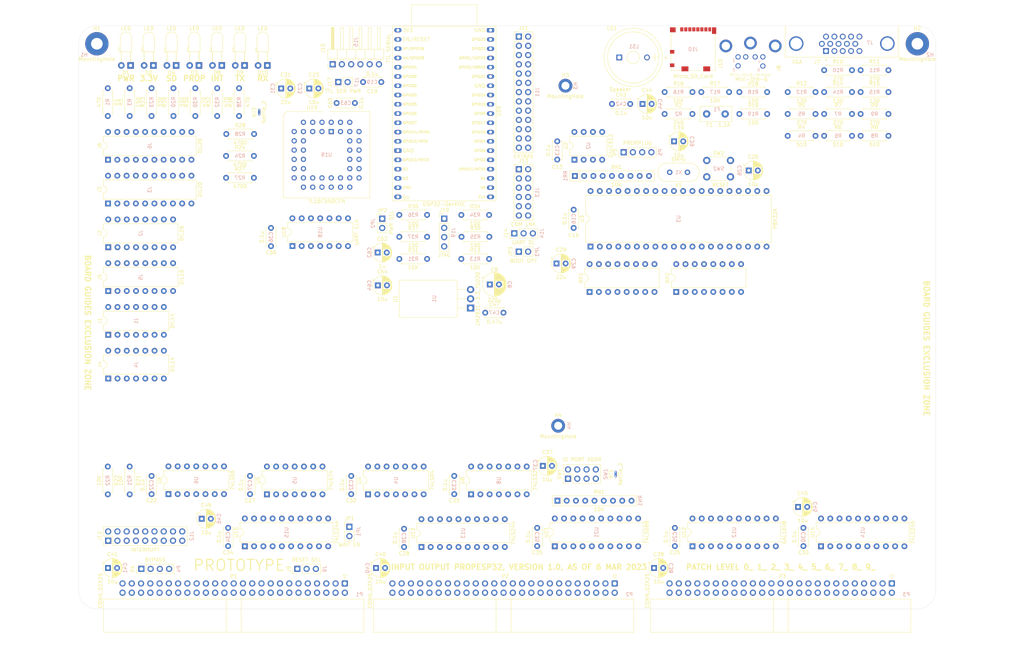
<source format=kicad_pcb>
(kicad_pcb (version 20211014) (generator pcbnew)
  (layers (0 "F.Cu" signal) (31 "B.Cu" signal) (34 "B.Paste" user) (35 "F.Paste" user) (36 "B.SilkS" user "B.Silkscreen") (37 "F.SilkS" user "F.Silkscreen") (38 "B.Mask" user) (39 "F.Mask" user) (44 "Edge.Cuts" user))
  (net 0 "")
  (net 1 "GND")
  (net 2 "VCC")
  (net 3 "VDD")
  (net 4 "Net-(C42-Pad1)")
  (net 5 "Net-(C44-Pad2)")
  (net 6 "Net-(D4-Pad2)")
  (net 7 "Net-(D3-Pad1)")
  (net 8 "Net-(RN1-Pad9)")
  (net 9 "Net-(RN1-Pad5)")
  (net 10 "Net-(RN1-Pad4)")
  (net 11 "Net-(RN1-Pad3)")
  (net 12 "Net-(RN1-Pad2)")
  (net 13 "Net-(D1-Pad2)")
  (net 14 "-12V")
  (net 15 "~{EIRQ0}")
  (net 16 "~{EIRQ1}")
  (net 17 "~{EIRQ2}")
  (net 18 "~{EIRQ3}")
  (net 19 "~{EIRQ4}")
  (net 20 "~{EIRQ5}")
  (net 21 "~{EIRQ6}")
  (net 22 "~{EIRQ7}")
  (net 23 "~{INT0}")
  (net 24 "~{M1}")
  (net 25 "~{IORQ}")
  (net 26 "~{WR}")
  (net 27 "~{RD}")
  (net 28 "A0")
  (net 29 "A1")
  (net 30 "A2")
  (net 31 "A3")
  (net 32 "A4")
  (net 33 "A5")
  (net 34 "A6")
  (net 35 "A7")
  (net 36 "+12V")
  (net 37 "D0")
  (net 38 "D1")
  (net 39 "D2")
  (net 40 "D3")
  (net 41 "D4")
  (net 42 "D5")
  (net 43 "D6")
  (net 44 "D7")
  (net 45 "ONE")
  (net 46 "ZERO")
  (net 47 "bD6")
  (net 48 "bD5")
  (net 49 "bD4")
  (net 50 "bD3")
  (net 51 "bD2")
  (net 52 "bD1")
  (net 53 "bD0")
  (net 54 "~{bWR}")
  (net 55 "~{bRD}")
  (net 56 "bA0")
  (net 57 "bD7")
  (net 58 "~{bRESET}")
  (net 59 "~{bM1}")
  (net 60 "bA7")
  (net 61 "bA6")
  (net 62 "bA5")
  (net 63 "bA4")
  (net 64 "~{bIORQ}")
  (net 65 "bA1")
  (net 66 "bA2")
  (net 67 "bA3")
  (net 168 "/bus/D15")
  (net 169 "/bus/D31")
  (net 170 "/bus/D14")
  (net 171 "/bus/D30")
  (net 172 "/bus/D13")
  (net 173 "/bus/D29")
  (net 174 "/bus/D12")
  (net 175 "/bus/D28")
  (net 176 "/bus/D11")
  (net 177 "/bus/D27")
  (net 178 "/bus/D10")
  (net 179 "/bus/D26")
  (net 180 "/bus/D9")
  (net 181 "/bus/D25")
  (net 182 "/bus/D8")
  (net 183 "/bus/D24")
  (net 184 "/bus/D23")
  (net 185 "/bus/D22")
  (net 186 "/bus/D21")
  (net 187 "/bus/D20")
  (net 188 "/bus/D19")
  (net 189 "/bus/D18")
  (net 190 "/bus/D17")
  (net 191 "/bus/D16")
  (net 192 "/bus/~{BUSERR}")
  (net 193 "/bus/UDS")
  (net 194 "/bus/~{VPA}")
  (net 195 "/bus/LDS")
  (net 196 "/bus/~{VMA}")
  (net 197 "/bus/S2")
  (net 198 "/bus/~{BHE}")
  (net 199 "/bus/S1")
  (net 200 "/bus/IPL2")
  (net 201 "/bus/S0")
  (net 202 "/bus/IPL1")
  (net 203 "/bus/AUXCLK3")
  (net 204 "/bus/IPL0")
  (net 205 "/bus/AUXCLK2")
  (net 206 "/bus/A15")
  (net 207 "/bus/A31")
  (net 208 "/bus/A14")
  (net 209 "/bus/A30")
  (net 210 "/bus/A13")
  (net 211 "/bus/A29")
  (net 212 "/bus/A12")
  (net 213 "/bus/A28")
  (net 214 "/bus/A11")
  (net 215 "/bus/A27")
  (net 216 "/bus/A10")
  (net 217 "/bus/A26")
  (net 218 "/bus/A9")
  (net 219 "/bus/A25")
  (net 220 "/bus/A8")
  (net 221 "/bus/A24")
  (net 222 "/bus/A23")
  (net 223 "/bus/A22")
  (net 224 "/bus/A21")
  (net 225 "/bus/A20")
  (net 226 "/bus/A19")
  (net 227 "/bus/A18")
  (net 228 "/bus/A17")
  (net 229 "/bus/A16")
  (net 230 "/bus/IC3")
  (net 231 "/ESP32/EN")
  (net 232 "/bus/IC2")
  (net 233 "Net-(D2-Pad2)")
  (net 234 "/bus/IC1")
  (net 235 "Net-(D4-Pad1)")
  (net 236 "/bus/IC0")
  (net 237 "Net-(D8-Pad1)")
  (net 238 "/bus/AUXCLK1")
  (net 239 "/bus/AUXCLK0")
  (net 240 "/bus/E")
  (net 241 "/bus/ST")
  (net 242 "/bus/PHI")
  (net 243 "/bus/~{MREQ}")
  (net 244 "/bus/~{INT2}")
  (net 245 "/bus/~{INT1}")
  (net 246 "/bus/~{BUSACK}")
  (net 247 "/bus/CRUCLK")
  (net 248 "/bus/CLK")
  (net 249 "/bus/CRUOUT")
  (net 250 "/bus/CRUIN")
  (net 251 "/bus/~{NMI}")
  (net 252 "~{RES_IN}")
  (net 253 "~{RES_OUT}")
  (net 254 "/bus/USER8")
  (net 255 "/bus/~{BUSRQ}")
  (net 256 "/bus/USER7")
  (net 257 "Net-(D8-Pad2)")
  (net 258 "/bus/USER6")
  (net 259 "/bus/~{HALT}")
  (net 260 "/bus/USER5")
  (net 261 "/bus/~{RFSH}")
  (net 262 "/bus/USER4")
  (net 263 "/bus/USER3")
  (net 264 "/bus/USER2")
  (net 265 "/bus/USER1")
  (net 266 "/bus/USER0")
  (net 267 "~{BAI}")
  (net 268 "~{BAO}")
  (net 269 "~{IEI}")
  (net 270 "~{IEO}")
  (net 271 "/bus/I2C_SCL")
  (net 272 "/bus/I2C_SDA")
  (net 273 "Net-(D9-Pad1)")
  (net 277 "Net-(D9-Pad2)")
  (net 278 "Net-(D10-Pad1)")
  (net 279 "Net-(D10-Pad2)")
  (net 280 "/Propeller/KBD_VCC")
  (net 281 "/Propeller/RED")
  (net 282 "/Propeller/GREEN")
  (net 283 "/Propeller/BLUE")
  (net 288 "/Propeller/HSYNC")
  (net 289 "/Propeller/VSYNC")
  (net 301 "/Propeller/DAT2")
  (net 303 "/Propeller/~{nCS}{slash}DAT3")
  (net 304 "/Propeller/DI{slash}CMD")
  (net 317 "Net-(J9-Pad2)")
  (net 318 "/Propeller/SDCLK")
  (net 319 "/Propeller/DO{slash}DAT0")
  (net 320 "/Propeller/nIRQ{slash}DAT1")
  (net 321 "/ESP32/SENSOR_VP")
  (net 322 "/ESP32/IO23")
  (net 323 "/ESP32/SENSOR_VN")
  (net 324 "/ESP32/IO22")
  (net 325 "/ESP32/IO34")
  (net 326 "/ESP32/IO21")
  (net 327 "/ESP32/IO35")
  (net 328 "/ESP32/IO32")
  (net 329 "/ESP32/IO17")
  (net 330 "/ESP32/IO33")
  (net 331 "/ESP32/IO16")
  (net 332 "/ESP32/IO25")
  (net 333 "/ESP32/IO2")
  (net 334 "/ESP32/IO26")
  (net 335 "/ESP32/SD1")
  (net 336 "/ESP32/IO27")
  (net 337 "/ESP32/SD0")
  (net 338 "/ESP32/CLK-ESP32")
  (net 339 "/ESP32/SD2")
  (net 340 "/ESP32/CMD")
  (net 341 "/ESP32/SD3")
  (net 342 "Net-(J12-Pad1)")
  (net 343 "/ESP32/TTL_RX")
  (net 344 "/ESP32/IO4")
  (net 345 "/ESP32/TTL_TX")
  (net 346 "/ESP32/IO5")
  (net 347 "/ESP32/TTL_CTS#")
  (net 348 "/ESP32/IO18")
  (net 349 "/ESP32/TTL_RTS#")
  (net 350 "/ESP32/IO19")
  (net 351 "/ESP32/RXD")
  (net 352 "/ESP32/TXD")
  (net 353 "Net-(J15-Pad3)")
  (net 355 "/ESP32/TTL_DSR#")
  (net 356 "Net-(J19-Pad1)")
  (net 357 "Net-(J19-Pad2)")
  (net 358 "Net-(J19-Pad3)")
  (net 359 "Net-(J19-Pad4)")
  (net 360 "Net-(JP1-Pad1)")
  (net 361 "~{WAIT}")
  (net 362 "/ESP32/VCC_ESP32")
  (net 363 "/ESP32/IO0")
  (net 365 "/bus/~{TEND1}")
  (net 366 "/bus/~{DREQ1}")
  (net 367 "/bus/~{TEND0}")
  (net 368 "/bus/~{DREQ0}")
  (net 369 "~{pRESET}")
  (net 370 "/Propeller/RX")
  (net 371 "/Propeller/TX")
  (net 372 "/Propeller/SPK")
  (net 373 "Net-(R4-Pad1)")
  (net 374 "Net-(R5-Pad1)")
  (net 375 "Net-(R6-Pad1)")
  (net 376 "Net-(R7-Pad1)")
  (net 377 "Net-(R8-Pad1)")
  (net 378 "Net-(R9-Pad1)")
  (net 379 "Net-(R10-Pad1)")
  (net 380 "Net-(R11-Pad1)")
  (net 381 "/Propeller/CLR")
  (net 382 "/Propeller/KBD_DAT")
  (net 383 "/Propeller/KBD_CLK")
  (net 385 "Net-(R22-Pad2)")
  (net 386 "/ESP32/bRESET")
  (net 387 "/ESP32/MTDI")
  (net 388 "/ESP32/MTDO")
  (net 389 "/ESP32/MTMS")
  (net 390 "/ESP32/MTCK")
  (net 391 "Net-(R24-Pad2)")
  (net 392 "~{pWR}")
  (net 393 "~{pCS_SERIAL}")
  (net 394 "Net-(R27-Pad2)")
  (net 395 "/ESP32/pRESET")
  (net 396 "pD6")
  (net 397 "pD5")
  (net 398 "pD4")
  (net 399 "~{CS_PROP}")
  (net 400 "pD3")
  (net 401 "pD2")
  (net 402 "pD1")
  (net 403 "pD0")
  (net 404 "~{pRD}")
  (net 405 "pA2")
  (net 406 "/Propeller/SDA")
  (net 407 "/Propeller/SCL")
  (net 408 "Net-(U3-Pad30)")
  (net 409 "Net-(U3-Pad31)")
  (net 410 "Net-(U4-Pad2)")
  (net 411 "Net-(U4-Pad4)")
  (net 412 "Net-(U4-Pad6)")
  (net 417 "Net-(U5-Pad5)")
  (net 424 "/ESP32/INT")
  (net 425 "~{CS_BRD}")
  (net 426 "~{CS_SERIAL}")
  (net 431 "/ESP32/CLK_UART")
  (net 437 "Net-(U19-Pad10)")
  (net 442 "/ESP32/TXRDY#")
  (net 443 "/ESP32/RXRDY#")
  (net 445 "/ESP32/TTL_OUT2")
  (net 446 "/ESP32/TTL_DTR#")
  (net 447 "/ESP32/TTL_OUT1")
  (net 448 "/ESP32/TTL_DCD#")
  (net 449 "/ESP32/TTL_RI#")
  (net 451 "Net-(R20-Pad1)")
  (net 452 "Net-(J8-Pad1)")
  (net 453 "Net-(J8-Pad5)")
  (net 454 "pA1")
  (net 455 "pA0")
  (net 456 "~{pCS_PROP}")
  (net 457 "pD7")
  (footprint "MountingHole:MountingHole_3.2mm_M3_Pad" (layer "F.Cu") (at 265 75)
    (fp_text reference "H2")
    (fp_text value "MountingHole")
  )
  (footprint "MountingHole:MountingHole_3.2mm_M3_Pad" (layer "F.Cu") (at 40 75)
    (fp_text reference "H1")
    (fp_text value "MountingHole")
  )
  (footprint "Connector_IDC:IDC-Header_2x25_P2.54mm_Horizontal" (layer "F.Cu") (at 182 223 -90)
    (fp_text reference "P2")
    (fp_text value "CONN_02X25")
  )
  (footprint "Connector_IDC:IDC-Header_2x25_P2.54mm_Horizontal" (layer "F.Cu") (at 258 223 -90)
    (fp_text reference "P3")
    (fp_text value "CONN_02X25")
  )
  (footprint "Connector_IDC:IDC-Header_2x25_P2.54mm_Horizontal" (layer "F.Cu") (at 108 223 -90)
    (fp_text reference "P1")
    (fp_text value "CONN_02X25")
  )
  (footprint "Resistor_THT:R_Axial_DIN0207_L6.3mm_D2.5mm_P7.62mm_Horizontal" (layer "F.Cu") (at 249.44 94.25)
    (fp_text reference "R9")
    (fp_text value "270")
  )
  (footprint "Capacitor_THT:C_Disc_D5.0mm_W2.5mm_P5.00mm" (layer "F.Cu") (at 170.75 120.5 -90)
    (fp_text reference "C16")
    (fp_text value "0.1u")
  )
  (footprint "Resistor_THT:R_Axial_DIN0207_L6.3mm_D2.5mm_P7.62mm_Horizontal" (layer "F.Cu") (at 75.44 105.75)
    (fp_text reference "R24")
    (fp_text value "4700")
  )
  (footprint "Capacitor_THT:C_Disc_D5.0mm_W2.5mm_P5.00mm" (layer "F.Cu") (at 138 193.5 -90)
    (fp_text reference "C33")
    (fp_text value "0.1u")
  )
  (footprint "Connector_PinHeader_2.54mm:PinHeader_1x04_P2.54mm_Vertical" (layer "F.Cu") (at 184.45 104.75 90)
    (fp_text reference "P5")
    (fp_text value "PROPPLUG")
  )
  (footprint "Connector_PinHeader_2.54mm:PinHeader_1x06_P2.54mm_Horizontal" (layer "F.Cu") (at 104.65 80.625 90)
    (fp_text reference "J15")
    (fp_text value "TTL SERIAL")
  )
  (footprint "Package_DIP:DIP-16_W7.62mm" (layer "F.Cu") (at 43.125 130.8 90)
    (fp_text reference "J2")
    (fp_text value "DIL16")
  )
  (footprint "Resistor_THT:R_Axial_DIN0207_L6.3mm_D2.5mm_P7.62mm_Horizontal" (layer "F.Cu") (at 195.69 94.25)
    (fp_text reference "R2")
    (fp_text value "240")
  )
  (footprint "Resistor_THT:R_Axial_DIN0207_L6.3mm_D2.5mm_P7.62mm_Horizontal" (layer "F.Cu") (at 229.44 100.25)
    (fp_text reference "R4")
    (fp_text value "510")
  )
  (footprint "Resistor_THT:R_Axial_DIN0207_L6.3mm_D2.5mm_P7.62mm_Horizontal" (layer "F.Cu") (at 239.44 82.25)
    (fp_text reference "R10")
    (fp_text value "270")
  )
  (footprint "Resistor_THT:R_Axial_DIN0207_L6.3mm_D2.5mm_P7.62mm_Horizontal" (layer "F.Cu") (at 55 94.81 90)
    (fp_text reference "R23")
    (fp_text value "330")
  )
  (footprint "Connector_PinHeader_2.54mm:PinHeader_1x02_P2.54mm_Vertical" (layer "F.Cu") (at 109.25 207.475)
    (fp_text reference "JP1")
    (fp_text value "WAIT EN")
  )
  (footprint "LED_THT:LED_D3.0mm_Horizontal_O3.81mm_Z2.0mm" (layer "F.Cu") (at 49.25 80.95 180)
    (fp_text reference "D1")
    (fp_text value "LED")
  )
  (footprint "LED_THT:LED_D3.0mm_Horizontal_O3.81mm_Z2.0mm" (layer "F.Cu") (at 55.5 80.95 180)
    (fp_text reference "D2")
    (fp_text value "LED")
  )
  (footprint "Capacitor_THT:CP_Radial_D5.0mm_P2.50mm" (layer "F.Cu") (at 189.634664 91.5)
    (fp_text reference "C44")
    (fp_text value "10u")
  )
  (footprint "Resistor_THT:R_Axial_DIN0207_L6.3mm_D2.5mm_P7.62mm_Horizontal" (layer "F.Cu") (at 61 94.81 90)
    (fp_text reference "R20")
    (fp_text value "330")
  )
  (footprint "LED_THT:LED_D3.0mm_Horizontal_O3.81mm_Z2.0mm" (layer "F.Cu") (at 61.75 80.95 180)
    (fp_text reference "D4")
    (fp_text value "LED")
  )
  (footprint "Package_DIP:DIP-14_W7.62mm" (layer "F.Cu") (at 93.625 130.482379 90)
    (fp_text reference "U18")
    (fp_text value "UART CLK")
  )
  (footprint "Capacitor_THT:CP_Radial_D5.0mm_P2.50mm" (layer "F.Cu") (at 117 132.25)
    (fp_text reference "C62")
    (fp_text value "1u")
  )
  (footprint "Package_DIP:DIP-16_W7.62mm" (layer "F.Cu") (at 43.125 142.8 90)
    (fp_text reference "J5")
    (fp_text value "DIL16")
  )
  (footprint "Package_DIP:DIP-8_W7.62mm" (layer "F.Cu") (at 170.95 106.8 90)
    (fp_text reference "U2")
    (fp_text value "24LC512")
  )
  (footprint "Package_DIP:DIP-20_W7.62mm" (layer "F.Cu") (at 165.575 212.8 90)
    (fp_text reference "U21")
    (fp_text value "74LS688")
  )
  (footprint "Package_DIP:DIP-14_W7.62mm" (layer "F.Cu") (at 86.625 198.55 90)
    (fp_text reference "U5")
    (fp_text value "74LS74")
  )
  (footprint "Resistor_THT:R_Axial_DIN0207_L6.3mm_D2.5mm_P7.62mm_Horizontal" (layer "F.Cu") (at 79 94.81 90)
    (fp_text reference "R38")
    (fp_text value "470")
  )
  (footprint "Connector_Card:microSD_HC_Molex_104031-0811" (layer "F.Cu") (at 203.5 76.5)
    (fp_text reference "J10")
    (fp_text value "Micro_SD_Card")
  )
  (footprint "MountingHole:MountingHole_2.2mm_M2_DIN965_Pad" (layer "F.Cu") (at 166.5 179.75)
    (fp_text reference "H4")
    (fp_text value "MountingHole")
  )
  (footprint "Resistor_THT:R_Axial_DIN0207_L6.3mm_D2.5mm_P7.62mm_Horizontal" (layer "F.Cu") (at 122.94 134)
    (fp_text reference "R31")
    (fp_text value "10K")
  )
  (footprint "Package_DIP:DIP-14_W7.62mm" (layer "F.Cu") (at 142.625 198.55 90)
    (fp_text reference "U8")
    (fp_text value "74LS32")
  )
  (footprint "mini-din:mini-din6-female" (layer "F.Cu") (at 219.2246 76.88227)
    (fp_text reference "J8")
    (fp_text value "Mini-DIN-6")
  )
  (footprint "Connector_PinHeader_2.54mm:PinHeader_1x03_P2.54mm_Vertical" (layer "F.Cu") (at 94.975 219 90)
    (fp_text reference "J9")
    (fp_text value "RESET SEL")
  )
  (footprint "Resistor_THT:R_Axial_DIN0207_L6.3mm_D2.5mm_P7.62mm_Horizontal" (layer "F.Cu") (at 43 87.19 -90)
    (fp_text reference "R1")
    (fp_text value "470")
  )
  (footprint "Resistor_THT:R_Axial_DIN0207_L6.3mm_D2.5mm_P7.62mm_Horizontal" (layer "F.Cu") (at 216.19 88.25)
    (fp_text reference "R18")
    (fp_text value "100")
  )
  (footprint "LED_THT:LED_D3.0mm_Horizontal_O3.81mm_Z2.0mm" (layer "F.Cu") (at 74.25 80.95 180)
    (fp_text reference "D8")
    (fp_text value "LED")
  )
  (footprint "Package_TO_SOT_THT:TO-220-3_Horizontal_TabDown" (layer "F.Cu") (at 142.48 147.472379 90)
    (fp_text reference "U1")
    (fp_text value "LM2931-3.3_TO220")
  )
  (footprint "Resistor_THT:R_Axial_DIN0207_L6.3mm_D2.5mm_P7.62mm_Horizontal" (layer "F.Cu") (at 229.44 94.25)
    (fp_text reference "R5")
    (fp_text value "270")
  )
  (footprint "Package_DIP:DIP-20_W7.62mm" (layer "F.Cu") (at 238.575 212.8 90)
    (fp_text reference "U14")
    (fp_text value "74LS245")
  )
  (footprint "Resistor_THT:R_Axial_DIN0207_L6.3mm_D2.5mm_P7.62mm_Horizontal" (layer "F.Cu") (at 249.44 88.25)
    (fp_text reference "R15")
    (fp_text value "130")
  )
  (footprint "Resistor_THT:R_Axial_DIN0207_L6.3mm_D2.5mm_P7.62mm_Horizontal" (layer "F.Cu") (at 205.75 88.25)
    (fp_text reference "R17")
    (fp_text value "10K")
  )
  (footprint "Capacitor_THT:CP_Radial_D5.0mm_P2.50mm" (layer "F.Cu") (at 98.25 87.25)
    (fp_text reference "C23")
    (fp_text value "10u")
  )
  (footprint "Capacitor_THT:C_Disc_D5.0mm_W2.5mm_P5.00mm" (layer "F.Cu") (at 109.75 193.5 -90)
    (fp_text reference "C32")
    (fp_text value "0.1u")
  )
  (footprint "Capacitor_THT:CP_Radial_D5.0mm_P2.50mm" (layer "F.Cu") (at 192.794888 218.75)
    (fp_text reference "C38")
    (fp_text value "10u")
  )
  (footprint "LED_THT:LED_D3.0mm_Horizontal_O3.81mm_Z2.0mm" (layer "F.Cu") (at 86.75 80.95 180)
    (fp_text reference "D10")
    (fp_text value "LED")
  )
  (footprint "Capacitor_THT:C_Disc_D5.0mm_W2.5mm_P5.00mm" (layer "F.Cu") (at 118 85.5 180)
    (fp_text reference "C19")
    (fp_text value "0.1u")
  )
  (footprint "NetTie:NetTie-2_THT_Pad0.3mm" (layer "F.Cu") (at 182.25 193.6 90)
    (fp_text reference "NT1")
    (fp_text value "NetTie_2")
  )
  (footprint "Capacitor_THT:C_Disc_D5.0mm_W2.5mm_P5.00mm" (layer "F.Cu") (at 124.25 208 -90)
    (fp_text reference "C28")
    (fp_text value "0.1u")
  )
  (footprint "Connector_PinHeader_2.54mm:PinHeader_1x02_P2.54mm_Vertical" (layer "F.Cu") (at 118.25 122.975)
    (fp_text reference "JP2")
    (fp_text value "PWR SEL")
  )
  (footprint "Resistor_THT:R_Axial_DIN0207_L6.3mm_D2.5mm_P7.62mm_Horizontal" (layer "F.Cu") (at 249.44 82.25)
    (fp_text reference "R11")
    (fp_text value "270")
  )
  (footprint "Resistor_THT:R_Array_SIP9" (layer "F.Cu") (at 171.075 111.25)
    (fp_text reference "RR1")
    (fp_text value "10K")
  )
  (footprint "Resistor_THT:R_Axial_DIN0207_L6.3mm_D2.5mm_P7.62mm_Horizontal" (layer "F.Cu") (at 195.69 88.25)
    (fp_text reference "R16")
    (fp_text value "10K")
  )
  (footprint "Package_DIP:DIP-20_W7.62mm" (layer "F.Cu") (at 43.075 118.8 90)
    (fp_text reference "J3")
    (fp_text value "DIL20")
  )
  (footprint "Connector_PinHeader_2.54mm:PinHeader_1x04_P2.54mm_Vertical" (layer "F.Cu") (at 52.2 219 90)
    (fp_text reference "P4")
    (fp_text value "BYPASS")
  )
  (footprint "Resistor_THT:R_Axial_DIN0207_L6.3mm_D2.5mm_P7.62mm_Horizontal" (layer "F.Cu") (at 49 94.81 90)
    (fp_text reference "R3")
    (fp_text value "150")
  )
  (footprint "Resistor_THT:R_Axial_DIN0207_L6.3mm_D2.5mm_P7.62mm_Horizontal" (layer "F.Cu") (at 239.44 100.25)
    (fp_text reference "R6")
    (fp_text value "510")
  )
  (footprint "Package_DIP:DIP-16_W7.62mm" (layer "F.Cu") (at 198.875 143.05 90)
    (fp_text reference "RP2")
    (fp_text value "4700")
  )
  (footprint "Capacitor_THT:C_Disc_D5.0mm_W2.5mm_P5.00mm" (layer "F.Cu") (at 87.75 125.5 -90)
    (fp_text reference "C36")
    (fp_text value "0.1u")
  )
  (footprint "Capacitor_THT:C_Disc_D5.0mm_W2.5mm_P5.00mm" (layer "F.Cu") (at 198.5 207.75 -90)
    (fp_text reference "C25")
    (fp_text value "0.1u")
  )
  (footprint "Capacitor_THT:CP_Radial_D5.0mm_P2.50mm" (layer "F.Cu") (at 68.75 205.25)
    (fp_text reference "C46")
    (fp_text value "10u")
  )
  (footprint "Connector_PinHeader_2.54mm:PinHeader_2x04_P2.54mm_Vertical" (layer "F.Cu") (at 169.2 194.275 90)
    (fp_text reference "SW1")
    (fp_text value "IO PORT ADDR")
  )
  (footprint "Package_DIP:DIP-14_W7.62mm" (layer "F.Cu") (at 43.125 154.8 90)
    (fp_text reference "J1")
    (fp_text value "DIL14")
  )
  (footprint "Buzzer_Beeper:MagneticBuzzer_StarMicronics_HMB-06_HMB-12" (layer "F.Cu") (at 183.25 78.75)
    (fp_text reference "LS1")
    (fp_text value "Speaker")
  )
  (footprint "LED_THT:LED_D3.0mm_Horizontal_O3.81mm_Z2.0mm" (layer "F.Cu") (at 68 80.95 180)
    (fp_text reference "D3")
    (fp_text value "LED")
  )
  (footprint "Resistor_THT:R_Axial_DIN0207_L6.3mm_D2.5mm_P7.62mm_Horizontal" (layer "F.Cu") (at 122.94 127.932379)
    (fp_text reference "R37")
    (fp_text value "100")
  )
  (footprint "Connector_PinHeader_2.54mm:PinHeader_1x02_P2.54mm_Vertical" (layer "F.Cu") (at 155.725 132 90)
    (fp_text reference "JP3")
    (fp_text value "BOOT OPT")
  )
  (footprint "Capacitor_THT:C_Disc_D5.0mm_W2.5mm_P5.00mm" (layer "F.Cu") (at 76 207.75 -90)
    (fp_text reference "C34")
    (fp_text value "0.1u")
  )
  (footprint "Resistor_THT:R_Axial_DIN0207_L6.3mm_D2.5mm_P7.62mm_Horizontal" (layer "F.Cu") (at 139.94 121.932379)
    (fp_text reference "R34")
    (fp_text value "100")
  )
  (footprint "Capacitor_THT:C_Disc_D5.0mm_W2.5mm_P5.00mm" (layer "F.Cu") (at 166.25 101.75 -90)
    (fp_text reference "C13")
    (fp_text value "0.1u")
  )
  (footprint "Capacitor_THT:CP_Radial_D5.0mm_P2.50mm" (layer "F.Cu") (at 198.294888 101.75)
    (fp_text reference "C39")
    (fp_text value "10u")
  )
  (footprint "Capacitor_THT:CP_Radial_D5.0mm_P2.50mm" (layer "F.Cu") (at 166.044888 135.25)
    (fp_text reference "C29")
    (fp_text value "22u")
  )
  (footprint "Connector_Dsub:DSUB-15-HD_Female_Horizontal_P2.29x1.98mm_EdgePinOffset3.03mm_Housed_MountingHolesOffset4.94mm" (layer "F.Cu") (at 239.95 77 180)
    (fp_text reference "J7")
    (fp_text value "VGA")
  )
  (footprint "Resistor_THT:R_Axial_DIN0207_L6.3mm_D2.5mm_P7.62mm_Horizontal" (layer "F.Cu") (at 73 94.81 90)
    (fp_text reference "R32")
    (fp_text value "470")
  )
  (footprint "Package_DIP:DIP-20_W7.62mm" (layer "F.Cu") (at 43.075 106.8 90)
    (fp_text reference "J6")
    (fp_text value "DIL20")
  )
  (footprint "Connector_PinHeader_2.54mm:PinHeader_1x03_P2.54mm_Vertical" (layer "F.Cu") (at 154.475 127 90)
    (fp_text reference "J14")
    (fp_text value "UART DL")
  )
  (footprint "MountingHole:MountingHole_2.2mm_M2_DIN965_Pad" (layer "F.Cu") (at 168.5 86.5)
    (fp_text reference "H3")
    (fp_text value "MountingHole")
  )
  (footprint "Package_DIP:DIP-40_W15.24mm" (layer "F.Cu") (at 175.375 130.625 90)
    (fp_text reference "U3")
    (fp_text value "P8X32A")
  )
  (footprint "Package_DIP:DIP-16_W7.62mm" (layer "F.Cu") (at 175.125 143.05 90)
    (fp_text reference "RP1")
    (fp_text value "4700")
  )
  (footprint "Espressif:ESP32-DevKitC" (layer "F.Cu") (at 122.54632 71.276219)
    (fp_text reference "U20")
    (fp_text value "ESP32-DevKitC")
  )
  (footprint "Connector_PinHeader_2.54mm:PinHeader_1x02_P2.54mm_Vertical" (layer "F.Cu") (at 106.215 85.5 90)
    (fp_text reference "J17")
    (fp_text value "TTL SER PWR")
  )
  (footprint "Package_DIP:DIP-14_W7.62mm" (layer "F.Cu") (at 59.625 198.5 90)
    (fp_text reference "U6")
    (fp_text value "74LS06")
  )
  (footprint "Package_DIP:DIP-14_W7.62mm" (layer "F.Cu") (at 43.125 166.8 90)
    (fp_text reference "J4")
    (fp_text value "DIL14")
  )
  (footprint "NetTie:NetTie-2_THT_Pad0.3mm" (layer "F.Cu") (at 84.5 94.35 90)
    (fp_text reference "NT2")
    (fp_text value "NetTie_2")
  )
  (footprint "Connector_PinHeader_2.54mm:PinHeader_2x13_P2.54mm_Vertical" (layer "F.Cu") (at 155.725 73.025)
    (fp_text reference "J11")
    (fp_text value "EXTRAS")
  )
  (footprint "Resistor_THT:R_Axial_DIN0207_L6.3mm_D2.5mm_P7.62mm_Horizontal" (layer "F.Cu") (at 122.94 121.932379)
    (fp_text reference "R36")
    (fp_text value "100")
  )
  (footprint "Resistor_THT:R_Axial_DIN0207_L6.3mm_D2.5mm_P7.62mm_Horizontal" (layer "F.Cu") (at 75.5 99.75)
    (fp_text reference "R28")
    (fp_text value "4700")
  )
  (footprint "Capacitor_THT:CP_Radial_D5.0mm_P2.50mm" (layer "F.Cu") (at 218.75 109.75)
    (fp_text reference "C26")
    (fp_text value "10u")
  )
  (footprint "Package_DIP:DIP-20_W7.62mm" (layer "F.Cu") (at 129 213 90)
    (fp_text reference "U13")
    (fp_text value "74LS244")
  )
  (footprint "Connector_PinHeader_2.54mm:PinHeader_2x06_P2.54mm_Vertical" (layer "F.Cu") (at 155.725 109.4)
    (fp_text reference "J13")
    (fp_text value "COM LNK")
  )
  (footprint "Resistor_THT:R_Axial_DIN0207_L6.3mm_D2.5mm_P7.62mm_Horizontal" (layer "F.Cu") (at 75.44 111.75)
    (fp_text reference "R27")
    (fp_text value "4700")
  )
  (footprint "Capacitor_THT:C_Disc_D5.0mm_W2.5mm_P5.00mm" (layer "F.Cu") (at 160.75 207.75 -90)
    (fp_text reference "C35")
    (fp_text value "0.1u")
  )
  (footprint "Resistor_THT:R_Axial_DIN0207_L6.3mm_D2.5mm_P7.62mm_Horizontal" (layer "F.Cu") (at 43 190.94 -90)
    (fp_text reference "R22")
    (fp_text value "10K")
  )
  (footprint "Resistor_THT:R_Axial_DIN0207_L6.3mm_D2.5mm_P7.62mm_Horizontal" (layer "F.Cu") (at 49 190.94 -90)
    (fp_text reference "R21")
    (fp_text value "10K")
  )
  (footprint "Package_DIP:DIP-14_W7.62mm" (layer "F.Cu") (at 114.375 198.55 90)
    (fp_text reference "U4")
    (fp_text value "74LS04")
  )
  (footprint "Resistor_THT:R_Axial_DIN0207_L6.3mm_D2.5mm_P7.62mm_Horizontal" (layer "F.Cu") (at 249.44 100.25)
    (fp_text reference "R8")
    (fp_text value "510")
  )
  (footprint "Package_LCC:PLCC-44_THT-Socket" (layer "F.Cu") (at 104.27 99.082379)
    (fp_text reference "U19")
    (fp_text value "TL16C550CFN")
  )
  (footprint "Resistor_THT:R_Axial_DIN0207_L6.3mm_D2.5mm_P7.62mm_Horizontal" (layer "F.Cu") (at 67 94.81 90)
    (fp_text reference "R30")
    (fp_text value "470")
  )
  (footprint "Package_DIP:DIP-20_W7.62mm" (layer "F.Cu") (at 80.575 212.8 90)
    (fp_text reference "U15")
    (fp_text value "74LS244")
  )
  (footprint "Capacitor_THT:C_Disc_D5.0mm_W2.5mm_P5.00mm" (layer "F.Cu") (at 146.5 148.75)
    (fp_text reference "C47")
    (fp_text value "0.47u")
  )
  (footprint "LED_THT:LED_D3.0mm_Horizontal_O3.81mm_Z2.0mm" (layer "F.Cu") (at 80.5 80.95 180)
    (fp_text reference "D9")
    (fp_text value "LED")
  )
  (footprint "Capacitor_THT:C_Disc_D5.0mm_W2.5mm_P5.00mm" (layer "F.Cu") (at 82 193.5 -90)
    (fp_text reference "C27")
    (fp_text value "0.1u")
  )
  (footprint "Resistor_THT:R_Axial_DIN0207_L6.3mm_D2.5mm_P7.62mm_Horizontal" (layer "F.Cu") (at 139.94 134)
    (fp_text reference "R13")
    (fp_text value "10K")
  )
  (footprint "Capacitor_THT:CP_Radial_D5.0mm_P2.50mm" (layer "F.Cu") (at 90.544888 87.25)
    (fp_text reference "C31")
    (fp_text value "22u")
  )
  (footprint "Connector_PinHeader_2.54mm:PinHeader_1x04_P2.54mm_Vertical" (layer "F.Cu") (at 135.25 122.95)
    (fp_text reference "J19")
    (fp_text value "JTAG")
  )
  (footprint "Capacitor_THT:C_Disc_D5.0mm_W2.5mm_P5.00mm" (layer "F.Cu") (at 105.75 91.25)
    (fp_text reference "C63")
    (fp_text value "0.1u")
  )
  (footprint "Button_Switch_THT:SW_PUSH_6mm" (layer "F.Cu") (at 207.25 107)
    (fp_text reference "SW2")
    (fp_text value "RESET")
  )
  (footprint "Capacitor_THT:C_Disc_D5.0mm_W2.5mm_P5.00mm" (layer "F.Cu") (at 55 193.5 -90)
    (fp_text reference "C22")
    (fp_text value "0.1u")
  )
  (footprint "Fuse:Fuse_Littelfuse_395Series" (layer "F.Cu") (at 207.21 94.25)
    (fp_text reference "F1")
    (fp_text value "1.1A")
  )
  (footprint "Resistor_THT:R_Axial_DIN0207_L6.3mm_D2.5mm_P7.62mm_Horizontal" (layer "F.Cu") (at 239.44 88.25)
    (fp_text reference "R14")
    (fp_text value "130")
  )
  (footprint "Resistor_THT:R_Axial_DIN0207_L6.3mm_D2.5mm_P7.62mm_Horizontal" (layer "F.Cu") (at 229.44 88.25)
    (fp_text reference "R12")
    (fp_text value "130")
  )
  (footprint "Capacitor_THT:CP_Radial_D5.0mm_P2.50mm" (layer "F.Cu") (at 43.044888 218.75)
    (fp_text reference "C41")
    (fp_text value "10u")
  )
  (footprint "Capacitor_THT:CP_Radial_D5.0mm_P2.50mm" (layer "F.Cu") (at 117.044888 141.25)
    (fp_text reference "C64")
    (fp_text value "10u")
  )
  (footprint "Capacitor_THT:C_Disc_D5.0mm_W2.5mm_P5.00mm" (layer "F.Cu") (at 233.75 207.75 -90)
    (fp_text reference "C30")
    (fp_text value "0.1u")
  )
  (footprint "Connector_PinHeader_2.54mm:PinHeader_2x09_P2.54mm_Vertical" (layer "F.Cu") (at 43.1 211.275 90)
    (fp_text reference "J12")
    (fp_text value "INTERRUPT")
  )
  (footprint "Capacitor_THT:CP_Radial_D5.0mm_P2.50mm" (layer "F.Cu") (at 162.294888 190.75)
    (fp_text reference "C37")
    (fp_text value "10u")
  )
  (footprint "Resistor_THT:R_Axial_DIN0207_L6.3mm_D2.5mm_P7.62mm_Horizontal" (layer "F.Cu") (at 140 127.932379)
    (fp_text reference "R35")
    (fp_text value "100")
  )
  (footprint "Resistor_THT:R_Array_SIP9" (layer "F.Cu") (at 166.295 200.305)
    (fp_text reference "RN1")
    (fp_text value "10K")
  )
  (footprint "Crystal:Crystal_HC49-4H_Vertical" (layer "F.Cu") (at 201.95 110.25 180)
    (fp_text reference "X1")
    (fp_text value "5MHz")
  )
  (footprint "Capacitor_THT:CP_Radial_D6.3mm_P2.50mm" (layer "F.Cu") (at 147.75 141)
    (fp_text reference "C8")
    (fp_text value "220u")
  )
  (footprint "Capacitor_THT:C_Disc_D5.0mm_W2.5mm_P5.00mm" (layer "F.Cu") (at 181.25 91.5)
    (fp_text reference "C42")
    (fp_text value "0.1u")
  )
  (footprint "Capacitor_THT:CP_Radial_D5.0mm_P2.50mm" (layer "F.Cu") (at 232.294888 202)
    (fp_text reference "C45")
    (fp_text value "10u")
  )
  (footprint "Resistor_THT:R_Axial_DIN0207_L6.3mm_D2.5mm_P7.62mm_Horizontal" (layer "F.Cu") (at 239.44 94.25)
    (fp_text reference "R7")
    (fp_text value "270")
  )
  (footprint "Resistor_THT:R_Axial_DIN0207_L6.3mm_D2.5mm_P7.62mm_Horizontal" (layer "F.Cu") (at 216.19 94.25)
    (fp_text reference "R19")
    (fp_text value "100")
  )
  (footprint "Capacitor_THT:CP_Radial_D5.0mm_P2.50mm" (layer "F.Cu") (at 116.544888 218.75)
    (fp_text reference "C40")
    (fp_text value "10u")
  )
  (footprint "Package_DIP:DIP-20_W7.62mm" (layer "F.Cu") (at 203.325 212.8 90)
    (fp_text reference "U12")
    (fp_text value "GAL16V8")
  )
  (gr_line (start 35 75) (end 35 225) (layer "Edge.Cuts") (width 0.05))
  (gr_line (start 40 230) (end 265 230) (layer "Edge.Cuts") (width 0.05))
  (gr_line (start 270 225) (end 270 75) (layer "Edge.Cuts") (width 0.05))
  (gr_line (start 265 70) (end 40 70) (layer "Edge.Cuts") (width 0.05))
  (gr_arc (start 265 70) (mid 268.535534 71.464466) (end 270 75) (layer "Edge.Cuts") (width 0.05))
  (gr_arc (start 40 230) (mid 36.464466 228.535534) (end 35 225) (layer "Edge.Cuts") (width 0.05))
  (gr_arc (start 35 75) (mid 36.464466 71.464466) (end 40 70) (layer "Edge.Cuts") (width 0.05))
  (gr_arc (start 270 225) (mid 268.535534 228.535534) (end 265 230) (layer "Edge.Cuts") (width 0.05))
  (gr_text "BOARD GUIDES EXCLUSION ZONE" (at 267.5 158.5 270) (layer "F.SilkS") (effects (font (size 1.5 1.5) (thickness 0.3))))
  (gr_text "BOARD GUIDES EXCLUSION ZONE" (at 37.5 151.5 270) (layer "F.SilkS") (effects (font (size 1.5 1.5) (thickness 0.3))))
  (gr_text "INPUT OUTPUT PROPESP32, VERSION 1.0, AS OF 6 MAR 2023" (at 155.75 218.5) (layer "F.SilkS") (effects (font (size 1.5 1.5) (thickness 0.3))))
  (gr_text "INT" (at 73 84.5) (layer "F.SilkS") (effects (font (size 1.5 1.5) (thickness 0.3))))
  (gr_text "PROP" (at 66.75 84.5) (layer "F.SilkS") (effects (font (size 1.5 1.5) (thickness 0.3))))
  (gr_text "PROTOTYPE" (at 79 218) (layer "F.SilkS") (effects (font (size 3 3) (thickness 0.3))))
  (gr_text "PWR" (at 48 84.5) (layer "F.SilkS") (effects (font (size 1.5 1.5) (thickness 0.3))))
  (gr_text "RX" (at 85.5 84.5) (layer "F.SilkS") (effects (font (size 1.5 1.5) (thickness 0.3))))
  (gr_text "3.3V" (at 54.25 84.5) (layer "F.SilkS") (effects (font (size 1.5 1.5) (thickness 0.3))))
  (gr_text "TX" (at 79.25 84.5) (layer "F.SilkS") (effects (font (size 1.5 1.5) (thickness 0.3))))
  (gr_text "PATCH LEVEL 0_ 1_ 2_ 3_ 4_ 5_ 6_ 7_ 8_ 9_" (at 227.5 218.5) (layer "F.SilkS") (effects (font (size 1.5 1.5) (thickness 0.3))))
  (gr_text "SD" (at 60.5 84.5) (layer "F.SilkS") (effects (font (size 1.5 1.5) (thickness 0.3))))
)
</source>
